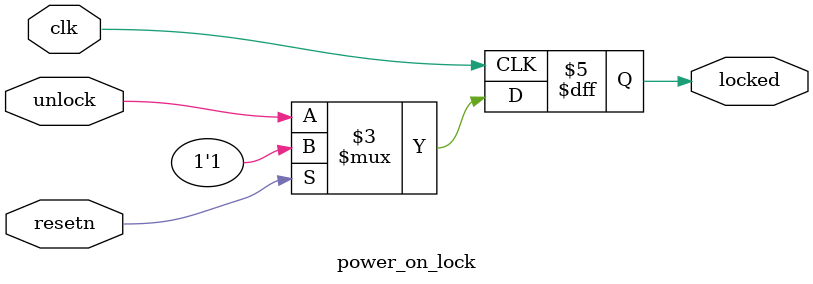
<source format=v>
module power_on_lock
(
input wire clk,
input wire resetn,
input wire unlock,
output reg locked
);

//this lock register is locked (1) upon power on / resetn signal
//it is unlocked (set to 0) upon receiving the unlock signal
//-copilot next line-
//copilot mean_prob: 0.6965923729846224

always @(posedge clk) begin
    if (resetn)
        locked <= 1;
    else
        locked <= unlock;
end





endmodule
</source>
